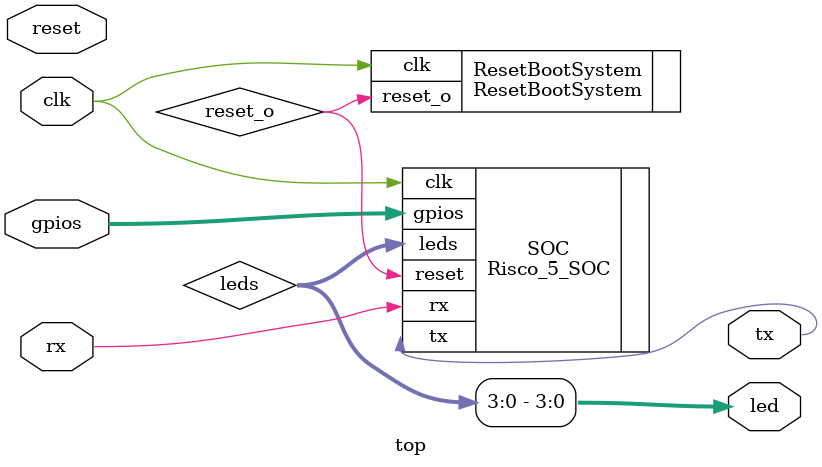
<source format=v>
module top (
    input wire clk,
    input wire reset,
    input wire rx,
    output wire tx,
    output wire [3:0]led,
    inout [5:0]gpios
);

wire reset_o;
wire [7:0] leds;

assign led = leds[3:0];

ResetBootSystem #(
    .CYCLES(20)
) ResetBootSystem(
    .clk(clk),
    .reset_o(reset_o)
);

Risco_5_SOC #(
    .CLOCK_FREQ(100000000),
    .BIT_RATE(115200),
    .MEMORY_SIZE(2048),
    .MEMORY_FILE("../../software/memory/fpga_test_3.hex"),
    .GPIO_WIDHT(6)
) SOC(
    .clk(clk),
    .reset(reset_o),
    .leds(leds),
    .rx(rx),
    .tx(tx),
    .gpios(gpios)
);


endmodule

</source>
